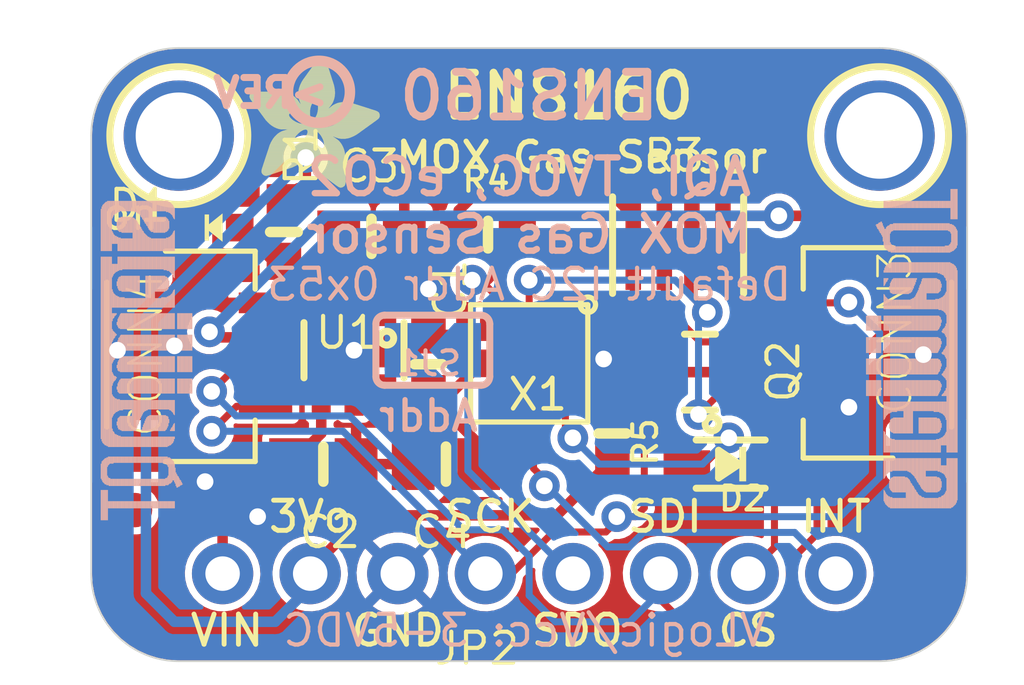
<source format=kicad_pcb>
(kicad_pcb (version 20211014) (generator pcbnew)
  (layers (0 "F.Cu" signal) (31 "B.Cu" signal) (34 "B.Paste" user) (35 "F.Paste" user) (36 "B.SilkS" user "B.Silkscreen") (37 "F.SilkS" user "F.Silkscreen") (38 "B.Mask" user) (39 "F.Mask" user) (44 "Edge.Cuts" user))
  (net 0 "")
  (net 1 "GND")
  (net 2 "3.3V")
  (net 3 "VCC")
  (net 4 "N$1")
  (net 5 "SDA_3V")
  (net 6 "SCL_3V")
  (net 7 "CS_3V")
  (net 8 "SDO/ADR")
  (net 9 "SDA/MOSI")
  (net 10 "SCL/SCK")
  (net 11 "1.8V")
  (net 12 "~{INT}")
  (net 13 "~{CS}")
  (footprint "eagleBoard:JST_SH4" (layer "F.Cu") (at 158.1531 105.0036 90)
    (fp_text reference "CONN3" (at -1.806 0.958 90) (layer "F.SilkS") (effects (font (size 0.941222 0.941222) (thickness 0.074778)) (justify left)))
    (fp_text value "STEMMA_I2C_QT" hide)
    (pad "1" smd rect (at -1.5 -2.006 180) (size 1.55 0.6) (layers "F.Cu" "F.Paste" "F.Mask") (net 1 "GND"))
    (pad "2" smd rect (at -0.5 -2.006 180) (size 1.55 0.6) (layers "F.Cu" "F.Paste" "F.Mask") (net 3 "VCC"))
    (pad "3" smd rect (at 0.5 -2.006 180) (size 1.55 0.6) (layers "F.Cu" "F.Paste" "F.Mask") (net 9 "SDA/MOSI"))
    (pad "4" smd rect (at 1.5 -2.006 180) (size 1.55 0.6) (layers "F.Cu" "F.Paste" "F.Mask") (net 10 "SCL/SCK"))
    (pad "MT1" smd rect (at -2.8 1.894 180) (size 1.8 1.2) (layers "F.Cu" "F.Paste" "F.Mask") (net 1 "GND"))
    (pad "MT2" smd rect (at 2.8 1.894 180) (size 1.8 1.2) (layers "F.Cu" "F.Paste" "F.Mask") (net 1 "GND"))
  )
  (footprint "eagleBoard:0805-NO" (layer "F.Cu") (at 146.0881 108.1786 180)
    (fp_text reference "C4" (at 1.0795 -1.9685) (layer "F.SilkS") (effects (font (size 0.896031 0.896031) (thickness 0.119969)) (justify left)))
    (fp_text value "10uF")
    (pad "1" smd rect (at -0.95 0 180) (size 1.24 1.5) (layers "F.Cu" "F.Paste" "F.Mask") (net 11 "1.8V"))
    (pad "2" smd rect (at 0.95 0 180) (size 1.24 1.5) (layers "F.Cu" "F.Paste" "F.Mask") (net 1 "GND"))
  )
  (footprint "eagleBoard:RESPACK_4X0603" (layer "F.Cu") (at 152.8191 101.8286 180)
    (fp_text reference "R3" (at -0.838 2.591) (layer "F.SilkS") (effects (font (size 0.896031 0.896031) (thickness 0.119969)) (justify right)))
    (fp_text value "10K pack")
    (pad "1" smd rect (at -1.3 0.85 180) (size 0.45 0.9) (layers "F.Cu" "F.Paste" "F.Mask") (net 3 "VCC"))
    (pad "2" smd rect (at -0.4 0.85 180) (size 0.45 0.9) (layers "F.Cu" "F.Paste" "F.Mask") (net 2 "3.3V"))
    (pad "3" smd rect (at 0.4 0.85 180) (size 0.45 0.9) (layers "F.Cu" "F.Paste" "F.Mask") (net 3 "VCC"))
    (pad "4" smd rect (at 1.3 0.85 180) (size 0.45 0.9) (layers "F.Cu" "F.Paste" "F.Mask") (net 2 "3.3V"))
    (pad "5" smd rect (at 1.3 -0.85 180) (size 0.45 0.9) (layers "F.Cu" "F.Paste" "F.Mask") (net 5 "SDA_3V"))
    (pad "6" smd rect (at 0.4 -0.85 180) (size 0.45 0.9) (layers "F.Cu" "F.Paste" "F.Mask") (net 9 "SDA/MOSI"))
    (pad "7" smd rect (at -0.4 -0.85 180) (size 0.45 0.9) (layers "F.Cu" "F.Paste" "F.Mask") (net 6 "SCL_3V"))
    (pad "8" smd rect (at -1.3 -0.85 180) (size 0.45 0.9) (layers "F.Cu" "F.Paste" "F.Mask") (net 10 "SCL/SCK"))
  )
  (footprint "eagleBoard:0603-NO" (layer "F.Cu") (at 147.3073 101.5238 180)
    (fp_text reference "R4" (at -0.6985 1.5875) (layer "F.SilkS") (effects (font (size 0.692831 0.692831) (thickness 0.119969)) (justify right)))
    (fp_text value "10K")
    (pad "1" smd rect (at -0.85 0 180) (size 1.075 1) (layers "F.Cu" "F.Paste" "F.Mask") (net 8 "SDO/ADR"))
    (pad "2" smd rect (at 0.85 0 180) (size 1.075 1) (layers "F.Cu" "F.Paste" "F.Mask") (net 2 "3.3V"))
  )
  (footprint "eagleBoard:FIDUCIAL_1MM" (layer "F.Cu") (at 155.4861 97.5995)
    (fp_text reference "FID4" hide)
    (fp_text value "FIDUCIAL_1MM" hide)
    (pad "1" smd roundrect (at 0 0) (size 1 1) (layers "F.Cu" "F.Mask") (roundrect_rratio 0.5))
  )
  (footprint "eagleBoard:SOT23-6" (layer "F.Cu") (at 143.4211 104.8766 180)
    (fp_text reference "U1" (at -0.762 0.508) (layer "F.SilkS") (effects (font (size 0.896031 0.896031) (thickness 0.119969)) (justify right)))
    (fp_text value "AP7312-1833")
    (pad "1" smd rect (at -0.95 1.3 180) (size 0.55 1.2) (layers "F.Cu" "F.Paste" "F.Mask") (net 2 "3.3V"))
    (pad "2" smd rect (at 0 1.3 180) (size 0.55 1.2) (layers "F.Cu" "F.Paste" "F.Mask") (net 1 "GND"))
    (pad "3" smd rect (at 0.95 1.3 180) (size 0.55 1.2) (layers "F.Cu" "F.Paste" "F.Mask") (net 3 "VCC"))
    (pad "4" smd rect (at 0.95 -1.3 180) (size 0.55 1.2) (layers "F.Cu" "F.Paste" "F.Mask") (net 3 "VCC"))
    (pad "5" smd rect (at 0 -1.3 180) (size 0.55 1.2) (layers "F.Cu" "F.Paste" "F.Mask") (net 3 "VCC"))
    (pad "6" smd rect (at -0.95 -1.3 180) (size 0.55 1.2) (layers "F.Cu" "F.Paste" "F.Mask") (net 11 "1.8V"))
  )
  (footprint "eagleBoard:FIDUCIAL_1MM" (layer "F.Cu") (at 137.0711 109.5121)
    (fp_text reference "FID3" hide)
    (fp_text value "FIDUCIAL_1MM" hide)
    (pad "1" smd roundrect (at 0 0) (size 1 1) (layers "F.Cu" "F.Mask") (roundrect_rratio 0.5))
  )
  (footprint "eagleBoard:ENS160" (layer "F.Cu") (at 148.5011 105.2576 -90)
    (fp_text reference "X1" (at 0.902 0.679) (layer "F.SilkS") (effects (font (size 0.885139 0.885139) (thickness 0.130861)) (justify left)))
    (fp_text value "ENS160")
    (pad "1" smd rect (at -1.05 -1.05 270) (size 0.8 0.75) (layers "F.Cu" "F.Paste" "F.Mask") (net 5 "SDA_3V"))
    (pad "2" smd rect (at -1.05 0 270) (size 0.8 0.75) (layers "F.Cu" "F.Paste" "F.Mask") (net 6 "SCL_3V"))
    (pad "3" smd rect (at -1.05 1.05 270) (size 0.8 0.75) (layers "F.Cu" "F.Paste" "F.Mask") (net 8 "SDO/ADR"))
    (pad "4" smd rect (at 0 1.05 270) (size 0.8 0.75) (layers "F.Cu" "F.Paste" "F.Mask") (net 11 "1.8V"))
    (pad "5" smd rect (at 1.05 1.05 270) (size 0.8 0.75) (layers "F.Cu" "F.Paste" "F.Mask") (net 2 "3.3V"))
    (pad "6" smd rect (at 1.05 0 270) (size 0.8 0.75) (layers "F.Cu" "F.Paste" "F.Mask") (net 12 "~{INT}"))
    (pad "7" smd rect (at 1.05 -1.05 270) (size 0.8 0.75) (layers "F.Cu" "F.Paste" "F.Mask") (net 7 "CS_3V"))
    (pad "8" smd rect (at 0 -1.05 270) (size 0.8 0.75) (layers "F.Cu" "F.Paste" "F.Mask") (net 1 "GND"))
    (pad "9" smd rect (at 0 0 270) (size 0.8 0.75) (layers "F.Cu" "F.Paste" "F.Mask") (net 1 "GND"))
  )
  (footprint "eagleBoard:SOD-323" (layer "F.Cu") (at 154.3431 108.1786 180)
    (fp_text reference "D2" (at -1.1 -1) (layer "F.SilkS") (effects (font (size 0.692831 0.692831) (thickness 0.119969)) (justify right)))
    (fp_text value "1N4148")
    (pad "A" smd rect (at 1.27 0 180) (size 1.35 0.8) (layers "F.Cu" "F.Paste" "F.Mask") (net 7 "CS_3V"))
    (pad "C" smd rect (at -1.27 0 180) (size 1.35 0.8) (layers "F.Cu" "F.Paste" "F.Mask") (net 13 "~{CS}"))
  )
  (footprint "eagleBoard:0805-NO" (layer "F.Cu") (at 143.9291 101.5746 180)
    (fp_text reference "C3" (at -0.889 2.032) (layer "F.SilkS") (effects (font (size 0.896031 0.896031) (thickness 0.119969)) (justify right)))
    (fp_text value "10uF")
    (pad "1" smd rect (at -0.95 0 180) (size 1.24 1.5) (layers "F.Cu" "F.Paste" "F.Mask") (net 2 "3.3V"))
    (pad "2" smd rect (at 0.95 0 180) (size 1.24 1.5) (layers "F.Cu" "F.Paste" "F.Mask") (net 1 "GND"))
  )
  (footprint "eagleBoard:CHIPLED_0603_NOOUTLINE" (layer "F.Cu") (at 139.3571 101.3206 90)
    (fp_text reference "D1" (at 0.635 -1.2065) (layer "F.SilkS") (effects (font (size 0.896031 0.896031) (thickness 0.119969)) (justify right)))
    (fp_text value "GREEN")
    (pad "A" smd rect (at 0 0.75 90) (size 0.8 0.8) (layers "F.Cu" "F.Paste" "F.Mask") (net 4 "N$1"))
    (pad "C" smd rect (at 0 -0.75 90) (size 0.8 0.8) (layers "F.Cu" "F.Paste" "F.Mask") (net 1 "GND"))
  )
  (footprint "eagleBoard:0603-NO" (layer "F.Cu") (at 141.3891 101.4476 -90)
    (fp_text reference "R1" (at -1.27 -0.508 90) (layer "F.SilkS") (effects (font (size 0.896031 0.896031) (thickness 0.119969)) (justify left)))
    (fp_text value "10K")
    (pad "1" smd rect (at -0.85 0 270) (size 1.075 1) (layers "F.Cu" "F.Paste" "F.Mask") (net 2 "3.3V"))
    (pad "2" smd rect (at 0.85 0 270) (size 1.075 1) (layers "F.Cu" "F.Paste" "F.Mask") (net 4 "N$1"))
  )
  (footprint "eagleBoard:0603-NO" (layer "F.Cu") (at 150.9141 107.2896 -90)
    (fp_text reference "R5" (at -0.508 -0.9525 90) (layer "F.SilkS") (effects (font (size 0.692831 0.692831) (thickness 0.119969)) (justify right)))
    (fp_text value "10K")
    (pad "1" smd rect (at -0.85 0 270) (size 1.075 1) (layers "F.Cu" "F.Paste" "F.Mask") (net 7 "CS_3V"))
    (pad "2" smd rect (at 0.85 0 270) (size 1.075 1) (layers "F.Cu" "F.Paste" "F.Mask") (net 2 "3.3V"))
  )
  (footprint "eagleBoard:ADAFRUIT_3.5MM" (layer "F.Cu") (at 140.3731 100.1776)
    (fp_text reference "U$20" hide)
    (fp_text value "" hide)
  )
  (footprint "eagleBoard:SOT363" (layer "F.Cu") (at 153.4541 105.5116 90)
    (fp_text reference "Q2" (at -0.9525 2.413 90) (layer "F.SilkS") (effects (font (size 0.896031 0.896031) (thickness 0.119969)) (justify left)))
    (fp_text value "BSS138")
    (pad "1" smd rect (at -0.75 0.9 90) (size 0.5 0.5) (layers "F.Cu" "F.Paste" "F.Mask") (net 6 "SCL_3V"))
    (pad "2" smd rect (at 0 0.9 90) (size 0.4 0.5) (layers "F.Cu" "F.Paste" "F.Mask") (net 2 "3.3V"))
    (pad "3" smd rect (at 0.75 0.9 90) (size 0.5 0.5) (layers "F.Cu" "F.Paste" "F.Mask") (net 9 "SDA/MOSI"))
    (pad "4" smd rect (at 0.75 -0.9 90) (size 0.5 0.5) (layers "F.Cu" "F.Paste" "F.Mask") (net 5 "SDA_3V"))
    (pad "5" smd rect (at 0 -0.9 90) (size 0.4 0.5) (layers "F.Cu" "F.Paste" "F.Mask") (net 2 "3.3V"))
    (pad "6" smd rect (at -0.75 -0.9 90) (size 0.5 0.5) (layers "F.Cu" "F.Paste" "F.Mask") (net 10 "SCL/SCK"))
  )
  (footprint "eagleBoard:JST_SH4" (layer "F.Cu") (at 138.8491 105.0036 -90)
    (fp_text reference "CONN4" (at -2.441 1.466 90) (layer "F.SilkS") (effects (font (size 0.941222 0.941222) (thickness 0.074778)) (justify right)))
    (fp_text value "STEMMA_I2C_QT" hide)
    (pad "1" smd rect (at -1.5 -2.006) (size 1.55 0.6) (layers "F.Cu" "F.Paste" "F.Mask") (net 1 "GND"))
    (pad "2" smd rect (at -0.5 -2.006) (size 1.55 0.6) (layers "F.Cu" "F.Paste" "F.Mask") (net 3 "VCC"))
    (pad "3" smd rect (at 0.5 -2.006) (size 1.55 0.6) (layers "F.Cu" "F.Paste" "F.Mask") (net 9 "SDA/MOSI"))
    (pad "4" smd rect (at 1.5 -2.006) (size 1.55 0.6) (layers "F.Cu" "F.Paste" "F.Mask") (net 10 "SCL/SCK"))
    (pad "MT1" smd rect (at -2.8 1.894) (size 1.8 1.2) (layers "F.Cu" "F.Paste" "F.Mask") (net 1 "GND"))
    (pad "MT2" smd rect (at 2.8 1.894) (size 1.8 1.2) (layers "F.Cu" "F.Paste" "F.Mask") (net 1 "GND"))
  )
  (footprint "eagleBoard:0805-NO" (layer "F.Cu") (at 142.5321 108.1786)
    (fp_text reference "C2" (at -0.762 1.9685) (layer "F.SilkS") (effects (font (size 0.896031 0.896031) (thickness 0.119969)) (justify left)))
    (fp_text value "10uF")
    (pad "1" smd rect (at -0.95 0) (size 1.24 1.5) (layers "F.Cu" "F.Paste" "F.Mask") (net 3 "VCC"))
    (pad "2" smd rect (at 0.95 0) (size 1.24 1.5) (layers "F.Cu" "F.Paste" "F.Mask") (net 1 "GND"))
  )
  (footprint "eagleBoard:1X08_ROUND_70" (layer "F.Cu") (at 148.5011 111.3536)
    (fp_text reference "JP2" (at -2.8067 2.1717) (layer "F.SilkS") (effects (font (size 0.896031 0.896031) (thickness 0.119969)) (justify left)))
    (fp_text value "")
    (pad "1" thru_hole circle (at -8.89 0 90) (size 1.778 1.778) (drill 1) (layers *.Cu *.Mask) (net 3 "VCC"))
    (pad "2" thru_hole circle (at -6.35 0 90) (size 1.778 1.778) (drill 1) (layers *.Cu *.Mask) (net 2 "3.3V"))
    (pad "3" thru_hole circle (at -3.81 0 90) (size 1.778 1.778) (drill 1) (layers *.Cu *.Mask) (net 1 "GND"))
    (pad "4" thru_hole circle (at -1.27 0 90) (size 1.778 1.778) (drill 1) (layers *.Cu *.Mask) (net 10 "SCL/SCK"))
    (pad "5" thru_hole circle (at 1.27 0 90) (size 1.778 1.778) (drill 1) (layers *.Cu *.Mask) (net 8 "SDO/ADR"))
    (pad "6" thru_hole circle (at 3.81 0 90) (size 1.778 1.778) (drill 1) (layers *.Cu *.Mask) (net 9 "SDA/MOSI"))
    (pad "7" thru_hole circle (at 6.35 0 90) (size 1.778 1.778) (drill 1) (layers *.Cu *.Mask) (net 13 "~{CS}"))
    (pad "8" thru_hole circle (at 8.89 0 90) (size 1.778 1.778) (drill 1) (layers *.Cu *.Mask) (net 12 "~{INT}"))
  )
  (footprint "eagleBoard:0603-NO" (layer "F.Cu") (at 145.5801 105.283 90)
    (fp_text reference "C1" (at 1.2065 0.635 90) (layer "F.SilkS") (effects (font (size 0.896031 0.896031) (thickness 0.119969)) (justify left)))
    (fp_text value "0.1uF")
    (pad "1" smd rect (at -0.85 0 90) (size 1.075 1) (layers "F.Cu" "F.Paste" "F.Mask") (net 11 "1.8V"))
    (pad "2" smd rect (at 0.85 0 90) (size 1.075 1) (layers "F.Cu" "F.Paste" "F.Mask") (net 1 "GND"))
  )
  (footprint "eagleBoard:MOUNTINGHOLE_2.5_PLATED" (layer "F.Cu") (at 158.6611 98.6536)
    (fp_text reference "U$17" hide)
    (fp_text value "MOUNTINGHOLE2.5" hide)
    (pad "P$1" thru_hole circle (at 0 0) (size 3.2 3.2) (drill 2.5) (layers *.Cu *.Mask))
    (zone (net 0) (net_name "") (layer "F.Cu") (connect_pads (clearance 0)) (min_thickness 0.254)
      (keepout (tracks not_allowed) (vias not_allowed) (pads not_allowed) (copperpour not_allowed) (footprints allowed))
      (fill (thermal_gap 0.508) (thermal_bridge_width 0.508))
      (polygon (pts (xy 160.6771 98.6536) (xy 160.646472 98.303525) (xy 160.55552 97.964087) (xy 160.407007 97.6456) (xy 160.205446 97.35774) (xy 159.95696 97.109254) (xy 159.6691 96.907693) (xy 159.350613 96.75918) (xy 159.011175 96.668228) (xy 158.6611 96.6376) (xy 158.311025 96.668228) (xy 157.971587 96.75918) (xy 157.6531 96.907693) (xy 157.36524 97.109254) (xy 157.116754 97.35774) (xy 156.915193 97.6456) (xy 156.76668 97.964087) (xy 156.675728 98.303525) (xy 156.6451 98.6536) (xy 156.675728 99.003675) (xy 156.76668 99.343113) (xy 156.915193 99.6616) (xy 157.116754 99.94946) (xy 157.36524 100.197946) (xy 157.6531 100.399507) (xy 157.971587 100.54802) (xy 158.311025 100.638972) (xy 158.6611 100.6696) (xy 159.011175 100.638972) (xy 159.350613 100.54802) (xy 159.6691 100.399507) (xy 159.95696 100.197946) (xy 160.205446 99.94946) (xy 160.407007 99.6616) (xy 160.55552 99.343113) (xy 160.646472 99.003675)))
      (polygon (pts (xy 158.6451 98.6536) (xy 158.645343 98.656378) (xy 158.646065 98.659072) (xy 158.647244 98.6616) (xy 158.648843 98.663885) (xy 158.650815 98.665857) (xy 158.6531 98.667456) (xy 158.655628 98.668635) (xy 158.658322 98.669357) (xy 158.6611 98.6696) (xy 158.663878 98.669357) (xy 158.666572 98.668635) (xy 158.6691 98.667456) (xy 158.671385 98.665857) (xy 158.673357 98.663885) (xy 158.674956 98.6616) (xy 158.676135 98.659072) (xy 158.676857 98.656378) (xy 158.6771 98.6536) (xy 158.676857 98.650822) (xy 158.676135 98.648128) (xy 158.674956 98.6456) (xy 158.673357 98.643315) (xy 158.671385 98.641343) (xy 158.6691 98.639744) (xy 158.666572 98.638565) (xy 158.663878 98.637843) (xy 158.6611 98.6376) (xy 158.658322 98.637843) (xy 158.655628 98.638565) (xy 158.6531 98.639744) (xy 158.650815 98.641343) (xy 158.648843 98.643315) (xy 158.647244 98.6456) (xy 158.646065 98.648128) (xy 158.645343 98.650822)))
    )
    (zone (net 0) (net_name "") (layer "B.Cu") (connect_pads (clearance 0)) (min_thickness 0.254)
      (keepout (tracks not_allowed) (vias not_allowed) (pads not_allowed) (copperpour not_allowed) (footprints allowed))
      (fill (thermal_gap 0.508) (thermal_bridge_width 0.508))
      (polygon (pts (xy 160.6771 98.6536) (xy 160.646472 98.303525) (xy 160.55552 97.964087) (xy 160.407007 97.6456) (xy 160.205446 97.35774) (xy 159.95696 97.109254) (xy 159.6691 96.907693) (xy 159.350613 96.75918) (xy 159.011175 96.668228) (xy 158.6611 96.6376) (xy 158.311025 96.668228) (xy 157.971587 96.75918) (xy 157.6531 96.907693) (xy 157.36524 97.109254) (xy 157.116754 97.35774) (xy 156.915193 97.6456) (xy 156.76668 97.964087) (xy 156.675728 98.303525) (xy 156.6451 98.6536) (xy 156.675728 99.003675) (xy 156.76668 99.343113) (xy 156.915193 99.6616) (xy 157.116754 99.94946) (xy 157.36524 100.197946) (xy 157.6531 100.399507) (xy 157.971587 100.54802) (xy 158.311025 100.638972) (xy 158.6611 100.6696) (xy 159.011175 100.638972) (xy 159.350613 100.54802) (xy 159.6691 100.399507) (xy 159.95696 100.197946) (xy 160.205446 99.94946) (xy 160.407007 99.6616) (xy 160.55552 99.343113) (xy 160.646472 99.003675)))
      (polygon (pts (xy 158.6451 98.6536) (xy 158.645343 98.656378) (xy 158.646065 98.659072) (xy 158.647244 98.6616) (xy 158.648843 98.663885) (xy 158.650815 98.665857) (xy 158.6531 98.667456) (xy 158.655628 98.668635) (xy 158.658322 98.669357) (xy 158.6611 98.6696) (xy 158.663878 98.669357) (xy 158.666572 98.668635) (xy 158.6691 98.667456) (xy 158.671385 98.665857) (xy 158.673357 98.663885) (xy 158.674956 98.6616) (xy 158.676135 98.659072) (xy 158.676857 98.656378) (xy 158.6771 98.6536) (xy 158.676857 98.650822) (xy 158.676135 98.648128) (xy 158.674956 98.6456) (xy 158.673357 98.643315) (xy 158.671385 98.641343) (xy 158.6691 98.639744) (xy 158.666572 98.638565) (xy 158.663878 98.637843) (xy 158.6611 98.6376) (xy 158.658322 98.637843) (xy 158.655628 98.638565) (xy 158.6531 98.639744) (xy 158.650815 98.641343) (xy 158.648843 98.643315) (xy 158.647244 98.6456) (xy 158.646065 98.648128) (xy 158.645343 98.650822)))
    )
  )
  (footprint "eagleBoard:MOUNTINGHOLE_2.5_PLATED" (layer "F.Cu") (at 138.3411 98.6536)
    (fp_text reference "U$1" hide)
    (fp_text value "MOUNTINGHOLE2.5" hide)
    (pad "P$1" thru_hole circle (at 0 0) (size 3.2 3.2) (drill 2.5) (layers *.Cu *.Mask))
    (zone (net 0) (net_name "") (layer "F.Cu") (connect_pads (clearance 0)) (min_thickness 0.254)
      (keepout (tracks not_allowed) (vias not_allowed) (pads not_allowed) (copperpour not_allowed) (footprints allowed))
      (fill (thermal_gap 0.508) (thermal_bridge_width 0.508))
      (polygon (pts (xy 140.3571 98.6536) (xy 140.326472 98.303525) (xy 140.23552 97.964087) (xy 140.087007 97.6456) (xy 139.885446 97.35774) (xy 139.63696 97.109254) (xy 139.3491 96.907693) (xy 139.030613 96.75918) (xy 138.691175 96.668228) (xy 138.3411 96.6376) (xy 137.991025 96.668228) (xy 137.651587 96.75918) (xy 137.3331 96.907693) (xy 137.04524 97.109254) (xy 136.796754 97.35774) (xy 136.595193 97.6456) (xy 136.44668 97.964087) (xy 136.355728 98.303525) (xy 136.3251 98.6536) (xy 136.355728 99.003675) (xy 136.44668 99.343113) (xy 136.595193 99.6616) (xy 136.796754 99.94946) (xy 137.04524 100.197946) (xy 137.3331 100.399507) (xy 137.651587 100.54802) (xy 137.991025 100.638972) (xy 138.3411 100.6696) (xy 138.691175 100.638972) (xy 139.030613 100.54802) (xy 139.3491 100.399507) (xy 139.63696 100.197946) (xy 139.885446 99.94946) (xy 140.087007 99.6616) (xy 140.23552 99.343113) (xy 140.326472 99.003675)))
      (polygon (pts (xy 138.3251 98.6536) (xy 138.325343 98.656378) (xy 138.326065 98.659072) (xy 138.327244 98.6616) (xy 138.328843 98.663885) (xy 138.330815 98.665857) (xy 138.3331 98.667456) (xy 138.335628 98.668635) (xy 138.338322 98.669357) (xy 138.3411 98.6696) (xy 138.343878 98.669357) (xy 138.346572 98.668635) (xy 138.3491 98.667456) (xy 138.351385 98.665857) (xy 138.353357 98.663885) (xy 138.354956 98.6616) (xy 138.356135 98.659072) (xy 138.356857 98.656378) (xy 138.3571 98.6536) (xy 138.356857 98.650822) (xy 138.356135 98.648128) (xy 138.354956 98.6456) (xy 138.353357 98.643315) (xy 138.351385 98.641343) (xy 138.3491 98.639744) (xy 138.346572 98.638565) (xy 138.343878 98.637843) (xy 138.3411 98.6376) (xy 138.338322 98.637843) (xy 138.335628 98.638565) (xy 138.3331 98.639744) (xy 138.330815 98.641343) (xy 138.328843 98.643315) (xy 138.327244 98.6456) (xy 138.326065 98.648128) (xy 138.325343 98.650822)))
    )
    (zone (net 0) (net_name "") (layer "B.Cu") (connect_pads (clearance 0)) (min_thickness 0.254)
      (keepout (tracks not_allowed) (vias not_allowed) (pads not_allowed) (copperpour not_allowed) (footprints allowed))
      (fill (thermal_gap 0.508) (thermal_bridge_width 0.508))
      (polygon (pts (xy 140.3571 98.6536) (xy 140.326472 98.303525) (xy 140.23552 97.964087) (xy 140.087007 97.6456) (xy 139.885446 97.35774) (xy 139.63696 97.109254) (xy 139.3491 96.907693) (xy 139.030613 96.75918) (xy 138.691175 96.668228) (xy 138.3411 96.6376) (xy 137.991025 96.668228) (xy 137.651587 96.75918) (xy 137.3331 96.907693) (xy 137.04524 97.109254) (xy 136.796754 97.35774) (xy 136.595193 97.6456) (xy 136.44668 97.964087) (xy 136.355728 98.303525) (xy 136.3251 98.6536) (xy 136.355728 99.003675) (xy 136.44668 99.343113) (xy 136.595193 99.6616) (xy 136.796754 99.94946) (xy 137.04524 100.197946) (xy 137.3331 100.399507) (xy 137.651587 100.54802) (xy 137.991025 100.638972) (xy 138.3411 100.6696) (xy 138.691175 100.638972) (xy 139.030613 100.54802) (xy 139.3491 100.399507) (xy 139.63696 100.197946) (xy 139.885446 99.94946) (xy 140.087007 99.6616) (xy 140.23552 99.343113) (xy 140.326472 99.003675)))
      (polygon (pts (xy 138.3251 98.6536) (xy 138.325343 98.656378) (xy 138.326065 98.659072) (xy 138.327244 98.6616) (xy 138.328843 98.663885) (xy 138.330815 98.665857) (xy 138.3331 98.667456) (xy 138.335628 98.668635) (xy 138.338322 98.669357) (xy 138.3411 98.6696) (xy 138.343878 98.669357) (xy 138.346572 98.668635) (xy 138.3491 98.667456) (xy 138.351385 98.665857) (xy 138.353357 98.663885) (xy 138.354956 98.6616) (xy 138.356135 98.659072) (xy 138.356857 98.656378) (xy 138.3571 98.6536) (xy 138.356857 98.650822) (xy 138.356135 98.648128) (xy 138.354956 98.6456) (xy 138.353357 98.643315) (xy 138.351385 98.641343) (xy 138.3491 98.639744) (xy 138.346572 98.638565) (xy 138.343878 98.637843) (xy 138.3411 98.6376) (xy 138.338322 98.637843) (xy 138.335628 98.638565) (xy 138.3331 98.639744) (xy 138.330815 98.641343) (xy 138.328843 98.643315) (xy 138.327244 98.6456) (xy 138.326065 98.648128) (xy 138.325343 98.650822)))
    )
  )
  (footprint "eagleBoard:PCBFEAT-REV-040" (layer "B.Cu") (at 142.4051 97.3836 180)
    (fp_text reference "U$25" hide)
    (fp_text value "" hide)
    (fp_text user ">REV" (at -0.3556 -0.508) (layer "B.SilkS") (effects (font (size 0.8128 0.8128) (thickness 0.2032)) (justify left bottom mirror)))
  )
  (footprint "eagleBoard:SOLDERJUMPER_ARROW_NOPASTE" (layer "B.Cu") (at 145.7071 104.8766 180)
    (fp_text reference "SJ1" (at -0.889 -0.381) (layer "B.SilkS") (effects (font (size 0.692831 0.692831) (thickness 0.119969)) (justify left mirror)))
    (fp_text value "")
    (fp_poly (pts (xy 1.3946 -0.7882) (xy -0.315893 -0.7882) (xy 0.443148 0) (xy -0.315893 0.7882) (xy 1.3946 0.7882)) (layer "B.Cu") (width 0) (fill solid))
    (fp_poly (pts (xy 0.106121 -0.002663) (xy -0.679416 -0.7882) (xy -1.3946 -0.7882) (xy -1.3946 0.7882) (xy -0.62715 0.7882)) (layer "B.Cu") (width 0) (fill solid))
    (pad "1" smd roundrect (at -1.016 0 180) (size 0.762 1.524) (layers "B.Cu") (net 8 "SDO/ADR"))
    (pad "2" smd roundrect (at 1.016 0 180) (size 0.762 1.524) (layers "B.Cu") (net 1 "GND"))
  )
  (footprint "eagleBoard:STEMMAQT" (layer "B.Cu") (at 158.2801 109.4486 90)
    (fp_text reference "U$30" hide)
    (fp_text value "" hide)
  )
  (footprint "eagleBoard:STEMMAQT" (layer "B.Cu") (at 138.7221 100.5586 -90)
    (fp_text reference "U$31" hide)
    (fp_text value "" hide)
  )
  (gr_line (start 135.8011 98.6536) (end 135.8011 111.3536) (layer "Edge.Cuts") (width 0.05))
  (gr_arc (start 161.2011 111.3536) (mid 160.457151 113.149651) (end 158.6611 113.8936) (layer "Edge.Cuts") (width 0.05))
  (gr_arc (start 158.6611 96.1136) (mid 160.457151 96.857549) (end 161.2011 98.6536) (layer "Edge.Cuts") (width 0.05))
  (gr_line (start 138.3411 113.8936) (end 158.6611 113.8936) (layer "Edge.Cuts") (width 0.05))
  (gr_arc (start 138.3411 113.8936) (mid 136.545049 113.149651) (end 135.8011 111.3536) (layer "Edge.Cuts") (width 0.05))
  (gr_line (start 161.2011 111.3536) (end 161.2011 98.6536) (layer "Edge.Cuts") (width 0.05))
  (gr_line (start 158.6611 96.1136) (end 138.3411 96.1136) (layer "Edge.Cuts") (width 0.05))
  (gr_arc (start 135.8011 98.6536) (mid 136.545049 96.857549) (end 138.3411 96.1136) (layer "Edge.Cuts") (width 0.05))
  (gr_text "ENS160" (at 148.5011 97.5106) (layer "B.SilkS") (effects (font (size 1.2954 1.2954) (thickness 0.2286)) (justify mirror)))
  (gr_text "AQI, TVOC, eCO2\nMOX Gas Sensor" (at 148.5011 100.6856) (layer "B.SilkS") (effects (font (size 1.03632 1.03632) (thickness 0.18288)) (justify mirror)))
  (gr_text "VLogic/Vcc: 3-5VDC" (at 148.3741 113.0046) (layer "B.SilkS") (effects (font (size 0.89408 0.89408) (thickness 0.12192)) (justify mirror)))
  (gr_text "Addr" (at 145.5801 106.7816) (layer "B.SilkS") (effects (font (size 0.8636 0.8636) (thickness 0.1524)) (justify mirror)))
  (gr_text "Default I2C Addr 0x53" (at 148.5011 102.9716) (layer "B.SilkS") (effects (font (size 0.89408 0.89408) (thickness 0.12192)) (justify mirror)))
  (gr_text "ENS160" (at 149.6441 97.5106) (layer "F.SilkS") (effects (font (size 1.25222 1.25222) (thickness 0.22098))))
  (gr_text "SCK" (at 147.3581 109.7026) (layer "F.SilkS") (effects (font (size 0.87376 0.87376) (thickness 0.14224))))
  (gr_text "GND" (at 144.6911 113.0046) (layer "F.SilkS") (effects (font (size 0.87376 0.87376) (thickness 0.14224))))
  (gr_text "VIN" (at 139.7381 113.0046) (layer "F.SilkS") (effects (font (size 0.87376 0.87376) (thickness 0.14224))))
  (gr_text "on" (at 136.0551 101.4476) (layer "F.SilkS") (effects (font (size 0.89408 0.89408) (thickness 0.12192)) (justify left bottom)))
  (gr_text "3Vo" (at 142.1511 109.7026) (layer "F.SilkS") (effects (font (size 0.87376 0.87376) (thickness 0.14224))))
  (gr_text "MOX Gas Sensor" (at 150.0251 99.2886) (layer "F.SilkS") (effects (font (size 0.8636 0.8636) (thickness 0.1524))))
  (gr_text "CS" (at 154.8511 113.0046) (layer "F.SilkS") (effects (font (size 0.87376 0.87376) (thickness 0.14224))))
  (gr_text "SDI" (at 152.4381 109.7026) (layer "F.SilkS") (effects (font (size 0.87376 0.87376) (thickness 0.14224))))
  (gr_text "INT" (at 157.3911 109.7026) (layer "F.SilkS") (effects (font (size 0.87376 0.87376) (thickness 0.14224))))
  (gr_text "SDO" (at 149.8981 113.0046) (layer "F.SilkS") (effects (font (size 0.87376 0.87376) (thickness 0.14224))))
  (segment (start 142.9791 101.5746) (end 143.4211 102.0166) (width 0.3048) (layer "F.Cu") (net 1))
  (segment (start 143.4211 102.0166) (end 143.4211 103.5766) (width 0.3048) (layer "F.Cu") (net 1))
  (segment (start 139.239281 100.822) (end 139.629681 100.4316) (width 0.3048) (layer "F.Cu") (net 1))
  (segment (start 139.629681 100.4316) (end 139.7381 100.4316) (width 0.3048) (layer "F.Cu") (net 1))
  (segment (start 148.5011 105.2576) (end 149.5511 105.2576) (width 0.3048) (layer "F.Cu") (net 1))
  (segment (start 139.1057 100.822) (end 139.239281 100.822) (width 0.3048) (layer "F.Cu") (net 1))
  (segment (start 138.6071 101.3206) (end 139.1057 100.822) (width 0.3048) (layer "F.Cu") (net 1))
  (via (at 157.7721 106.5276) (size 0.889) (drill 0.4826) (layers "F.Cu" "B.Cu") (net 1))
  (via (at 159.9311 105.0036) (size 0.889) (drill 0.4826) (layers "F.Cu" "B.Cu") (net 1))
  (via (at 145.5801 103.0986) (size 0.889) (drill 0.4826) (layers "F.Cu" "B.Cu") (net 1))
  (via (at 140.6271 109.7026) (size 0.889) (drill 0.4826) (layers "F.Cu" "B.Cu") (net 1))
  (via (at 139.1031 108.6866) (size 0.889) (drill 0.4826) (layers "F.Cu" "B.Cu") (net 1))
  (via (at 143.4211 104.8766) (size 0.889) (drill 0.4826) (layers "F.Cu" "B.Cu") (net 1))
  (via (at 150.6601 105.1306) (size 0.889) (drill 0.4826) (layers "F.Cu" "B.Cu") (net 1))
  (via (at 138.2141 104.7496) (size 0.889) (drill 0.4826) (layers "F.Cu" "B.Cu") (net 1))
  (via (at 136.5631 104.8766) (size 0.889) (drill 0.4826) (layers "F.Cu" "B.Cu") (net 1))
  (segment (start 147.4511 106.3076) (end 147.4511 106.6886) (width 0.3048) (layer "F.Cu") (net 2))
  (segment (start 144.8791 101.5746) (end 144.8791 102.1796) (width 0.3048) (layer "F.Cu") (net 2))
  (segment (start 150.9141 108.1396) (end 150.8261 108.1396) (width 0.3048) (layer "F.Cu") (net 2))
  (segment (start 151.5191 100.2076) (end 151.6761 100.0506) (width 0.3048) (layer "F.Cu") (net 2))
  (segment (start 149.3012 109.6645) (end 148.0861 109.6645) (width 0.3048) (layer "F.Cu") (net 2))
  (segment (start 153.0731 100.0506) (end 153.2191 100.1966) (width 0.3048) (layer "F.Cu") (net 2))
  (segment (start 148.0861 107.3236) (end 147.4511 106.6886) (width 0.3048) (layer "F.Cu") (net 2))
  (segment (start 144.8791 101.5746) (end 144.9299 101.5238) (width 0.3048) (layer "F.Cu") (net 2))
  (segment (start 151.5191 100.9786) (end 151.5191 100.2076) (width 0.3048) (layer "F.Cu") (net 2))
  (segment (start 144.3711 102.6876) (end 144.3711 103.5766) (width 0.3048) (layer "F.Cu") (net 2))
  (segment (start 141.8091 100.1776) (end 142.0241 100.1776) (width 0.3048) (layer "F.Cu") (net 2))
  (segment (start 144.8791 100.4926) (end 144.8791 101.5746) (width 0.3048) (layer "F.Cu") (net 2))
  (segment (start 153.2191 100.1966) (end 153.2191 100.9786) (width 0.3048) (layer "F.Cu") (net 2))
  (segment (start 150.8261 108.1396) (end 149.3012 109.6645) (width 0.3048) (layer "F.Cu") (net 2))
  (segment (start 146.4573 101.5238) (end 144.9299 101.5238) (width 0.3048) (layer "F.Cu") (net 2))
  (segment (start 142.1511 111.2266) (end 142.1511 111.3536) (width 0.3048) (layer "F.Cu") (net 2))
  (segment (start 150.9141 108.1396) (end 150.9141 108.054932) (width 0.3048) (layer "F.Cu") (net 2))
  (segment (start 143.7132 109.6645) (end 148.0861 109.6645) (width 0.3048) (layer "F.Cu") (net 2))
  (segment (start 152.5541 105.5116) (end 154.3541 105.5116) (width 0.3048) (layer "F.Cu") (net 2))
  (segment (start 151.8031 107.165932) (end 150.9141 108.054932) (width 0.3048) (layer "F.Cu") (net 2))
  (segment (start 144.8791 102.1796) (end 144.3711 102.6876) (width 0.3048) (layer "F.Cu") (net 2))
  (segment (start 142.0241 100.1776) (end 144.5641 100.1776) (width 0.3048) (layer "F.Cu") (net 2))
  (segment (start 151.6761 100.0506) (end 153.0731 100.0506) (width 0.3048) (layer "F.Cu") (net 2))
  (segment (start 148.0861 107.3236) (end 148.0861 109.6645) (width 0.3048) (layer "F.Cu") (net 2))
  (segment (start 142.0241 100.1776) (end 142.0241 99.2886) (width 0.3048) (layer "F.Cu") (net 2))
  (segment (start 146.4573 101.5238) (end 146.4573 100.8244) (width 0.3048) (layer "F.Cu") (net 2))
  (segment (start 152.1841 105.5116) (end 151.8031 105.8926) (width 0.3048) (layer "F.Cu") (net 2))
  (segment (start 152.5541 105.5116) (end 152.1841 105.5116) (width 0.3048) (layer "F.Cu") (net 2))
  (segment (start 146.8501 100.4316) (end 150.9721 100.4316) (width 0.3048) (layer "F.Cu") (net 2))
  (segment (start 146.4573 100.8244) (end 146.8501 100.4316) (width 0.3048) (layer "F.Cu") (net 2))
  (segment (start 150.9721 100.4316) (end 151.5191 100.9786) (width 0.3048) (layer "F.Cu") (net 2))
  (segment (start 141.3891 100.5976) (end 141.8091 100.1776) (width 0.3048) (layer "F.Cu") (net 2))
  (segment (start 151.8031 105.8926) (end 151.8031 107.165932) (width 0.3048) (layer "F.Cu") (net 2))
  (segment (start 143.7132 109.6645) (end 142.1511 111.2266) (width 0.3048) (layer "F.Cu") (net 2))
  (segment (start 144.5641 100.1776) (end 144.8791 100.4926) (width 0.3048) (layer "F.Cu") (net 2))
  (via (at 142.0241 99.2886) (size 0.889) (drill 0.4826) (layers "F.Cu" "B.Cu") (net 2))
  (segment (start 137.3886 111.9251) (end 138.2141 112.7506) (width 0.3048) (layer "B.Cu") (net 2))
  (segment (start 138.2141 112.7506) (end 141.1351 112.7506) (width 0.3048) (layer "B.Cu") (net 2))
  (segment (start 137.3886 103.9241) (end 137.3886 111.9251) (width 0.3048) (layer "B.Cu") (net 2))
  (segment (start 142.1511 111.7346) (end 142.1511 111.3536) (width 0.3048) (layer "B.Cu") (net 2))
  (segment (start 141.1351 112.7506) (end 142.1511 111.7346) (width 0.3048) (layer "B.Cu") (net 2))
  (segment (start 142.0241 99.2886) (end 137.3886 103.9241) (width 0.3048) (layer "B.Cu") (net 2))
  (segment (start 140.8631 104.4956) (end 142.4711 104.4956) (width 0.3048) (layer "F.Cu") (net 3))
  (segment (start 158.7881 104.3686) (end 157.6451 105.5116) (width 0.3048) (layer "F.Cu") (net 3))
  (segment (start 158.7881 102.3366) (end 158.7881 104.3686) (width 0.3048) (layer "F.Cu") (net 3))
  (segment (start 154.1191 100.9786) (end 155.7401 100.9786) (width 0.3048) (layer "F.Cu") (net 3))
  (segment (start 157.4301 100.9786) (end 158.7881 102.3366) (width 0.3048) (layer "F.Cu") (net 3))
  (segment (start 152.4191 100.9786) (end 152.4191 101.5556) (width 0.3048) (layer "F.Cu") (net 3))
  (segment (start 156.1551 105.5116) (end 156.1471 105.5036) (width 0.3048) (layer "F.Cu") (net 3))
  (segment (start 142.4711 104.4956) (end 142.4711 106.1766) (width 0.3048) (layer "F.Cu") (net 3))
  (segment (start 142.4711 106.1766) (end 143.4211 106.1766) (width 0.3048) (layer "F.Cu") (net 3))
  (segment (start 141.0081 108.1786) (end 139.6111 109.5756) (width 0.3048) (layer "F.Cu") (net 3))
  (segment (start 141.5821 108.1786) (end 141.0081 108.1786) (width 0.3048) (layer "F.Cu") (net 3))
  (segment (start 139.3905 104.5036) (end 139.2301 104.3432) (width 0.3048) (layer "F.Cu") (net 3))
  (segment (start 157.6451 105.5116) (end 156.1551 105.5116) (width 0.3048) (layer "F.Cu") (net 3))
  (segment (start 154.1191 101.5446) (end 154.1191 100.9786) (width 0.3048) (layer "F.Cu") (net 3))
  (segment (start 140.8551 104.5036) (end 140.8631 104.4956) (width 0.3048) (layer "F.Cu") (net 3))
  (segment (start 140.8551 104.5036) (end 139.3905 104.5036) (width 0.3048) (layer "F.Cu") (net 3))
  (segment (start 142.4711 106.1766) (end 142.4711 107.2896) (width 0.3048) (layer "F.Cu") (net 3))
  (segment (start 152.6921 101.8286) (end 153.8351 101.8286) (width 0.3048) (layer "F.Cu") (net 3))
  (segment (start 155.7401 100.9786) (end 157.4301 100.9786) (width 0.3048) (layer "F.Cu") (net 3))
  (segment (start 139.6111 109.5756) (end 139.6111 111.3536) (width 0.3048) (layer "F.Cu") (net 3))
  (segment (start 152.4191 101.5556) (end 152.6921 101.8286) (width 0.3048) (layer "F.Cu") (net 3))
  (segment (start 153.8351 101.8286) (end 154.1191 101.5446) (width 0.3048) (layer "F.Cu") (net 3))
  (segment (start 142.4711 107.2896) (end 141.5821 108.1786) (width 0.3048) (layer "F.Cu") (net 3))
  (segment (start 142.4711 103.5766) (end 142.4711 104.4956) (width 0.3048) (layer "F.Cu") (net 3))
  (via (at 155.7401 100.9786) (size 0.889) (drill 0.4826) (layers "F.Cu" "B.Cu") (net 3))
  (via (at 139.2301 104.3432) (size 0.889) (drill 0.4826) (layers "F.Cu" "B.Cu") (net 3))
  (segment (start 142.5947 100.9786) (end 155.7401 100.9786) (width 0.3048) (layer "B.Cu") (net 3))
  (segment (start 139.2301 104.3432) (end 142.5947 100.9786) (width 0.3048) (layer "B.Cu") (net 3))
  (segment (start 140.1071 101.3206) (end 141.0841 102.2976) (width 0.3048) (layer "F.Cu") (net 4))
  (segment (start 141.0841 102.2976) (end 141.3891 102.2976) (width 0.3048) (layer "F.Cu") (net 4))
  (segment (start 151.9556 104.1631) (end 151.4706 104.1631) (width 0.2032) (layer "F.Cu") (net 5))
  (segment (start 151.5191 104.1146) (end 151.5191 102.6786) (width 0.2032) (layer "F.Cu") (net 5))
  (segment (start 151.4261 104.2076) (end 151.4706 104.1631) (width 0.2032) (layer "F.Cu") (net 5))
  (segment (start 152.5541 104.7616) (end 151.9556 104.1631) (width 0.2032) (layer "F.Cu") (net 5))
  (segment (start 151.4706 104.1631) (end 151.5191 104.1146) (width 0.2032) (layer "F.Cu") (net 5))
  (segment (start 149.5511 104.2076) (end 151.4261 104.2076) (width 0.2032) (layer "F.Cu") (net 5))
  (segment (start 153.2191 102.6786) (end 153.2191 103.328925) (width 0.2032) (layer "F.Cu") (net 6))
  (segment (start 153.888112 106.2616) (end 153.411106 106.738607) (width 0.2032) (layer "F.Cu") (net 6))
  (segment (start 148.5011 104.2076) (end 148.5011 102.8446) (width 0.2032) (layer "F.Cu") (net 6))
  (segment (start 153.2191 103.328925) (end 153.665937 103.775763) (width 0.2032) (layer "F.Cu") (net 6))
  (segment (start 154.3541 106.2616) (end 153.888112 106.2616) (width 0.2032) (layer "F.Cu") (net 6))
  (via (at 153.411106 106.738607) (size 0.889) (drill 0.4826) (layers "F.Cu" "B.Cu") (net 6))
  (via (at 148.5011 102.8446) (size 0.889) (drill 0.4826) (layers "F.Cu" "B.Cu") (net 6))
  (via (at 153.665937 103.775763) (size 0.889) (drill 0.4826) (layers "F.Cu" "B.Cu") (net 6))
  (segment (start 153.411106 104.030594) (end 153.411106 106.738607) (width 0.2032) (layer "B.Cu") (net 6))
  (segment (start 152.734775 102.8446) (end 153.665937 103.775763) (width 0.2032) (layer "B.Cu") (net 6))
  (segment (start 148.5011 102.8446) (end 152.734775 102.8446) (width 0.2032) (layer "B.Cu") (net 6))
  (segment (start 153.665937 103.775763) (end 153.411106 104.030594) (width 0.2032) (layer "B.Cu") (net 6))
  (segment (start 154.2904 107.4693) (end 153.5811 108.1786) (width 0.2032) (layer "F.Cu") (net 7))
  (segment (start 154.2904 107.4166) (end 154.2904 107.4693) (width 0.2032) (layer "F.Cu") (net 7))
  (segment (start 149.4191 106.4396) (end 150.9141 106.4396) (width 0.2032) (layer "F.Cu") (net 7))
  (segment (start 149.5511 106.3076) (end 149.5511 107.2013) (width 0.2032) (layer "F.Cu") (net 7))
  (segment (start 149.5511 106.3076) (end 149.4191 106.4396) (width 0.2032) (layer "F.Cu") (net 7))
  (segment (start 149.5511 107.2013) (end 149.7664 107.4166) (width 0.2032) (layer "F.Cu") (net 7))
  (segment (start 153.0731 108.1786) (end 153.5811 108.1786) (width 0.2032) (layer "F.Cu") (net 7))
  (via (at 149.7664 107.4166) (size 0.889) (drill 0.4826) (layers "F.Cu" "B.Cu") (net 7))
  (via (at 154.2904 107.4166) (size 0.889) (drill 0.4826) (layers "F.Cu" "B.Cu") (net 7))
  (segment (start 149.7664 107.4166) (end 150.5284 108.1786) (width 0.2032) (layer "B.Cu") (net 7))
  (segment (start 154.2904 107.4166) (end 153.5284 108.1786) (width 0.2032) (layer "B.Cu") (net 7))
  (segment (start 153.5284 108.1786) (end 150.5284 108.1786) (width 0.2032) (layer "B.Cu") (net 7))
  (segment (start 147.3445 102.8446) (end 147.2175 102.9716) (width 0.2032) (layer "F.Cu") (net 8))
  (segment (start 147.3445 102.8446) (end 146.8501 102.8446) (width 0.2032) (layer "F.Cu") (net 8))
  (segment (start 147.4511 103.2052) (end 147.2175 102.9716) (width 0.2032) (layer "F.Cu") (net 8))
  (segment (start 148.1573 102.0318) (end 147.3445 102.8446) (width 0.2032) (layer "F.Cu") (net 8))
  (segment (start 148.1573 101.5238) (end 148.1573 102.0318) (width 0.2032) (layer "F.Cu") (net 8))
  (segment (start 147.4511 104.2076) (end 147.4511 103.2052) (width 0.2032) (layer "F.Cu") (net 8))
  (via (at 146.8501 102.8446) (size 0.889) (drill 0.4826) (layers "F.Cu" "B.Cu") (net 8))
  (segment (start 149.7076 111.3536) (end 146.7231 108.3691) (width 0.2032) (layer "B.Cu") (net 8))
  (segment (start 149.7711 111.3536) (end 149.7076 111.3536) (width 0.2032) (layer "B.Cu") (net 8))
  (segment (start 146.7231 104.8766) (end 146.7231 108.3691) (width 0.2032) (layer "B.Cu") (net 8))
  (segment (start 146.7231 104.8766) (end 146.8501 104.7496) (width 0.2032) (layer "B.Cu") (net 8))
  (segment (start 146.8501 102.8446) (end 146.8501 104.7496) (width 0.2032) (layer "B.Cu") (net 8))
  (segment (start 155.3591 107.2896) (end 156.3751 107.2896) (width 0.2032) (layer "F.Cu") (net 9))
  (segment (start 156.8469 110.209507) (end 156.0449 111.011507) (width 0.2032) (layer "F.Cu") (net 9))
  (segment (start 153.4651 104.6346) (end 152.4191 103.5886) (width 0.2032) (layer "F.Cu") (net 9))
  (segment (start 139.8016 105.5624) (end 139.2936 106.0704) (width 0.2032) (layer "F.Cu") (net 9))
  (segment (start 152.9461 112.7506) (end 152.3111 112.1156) (width 0.2032) (layer "F.Cu") (net 9))
  (segment (start 156.8469 107.7614) (end 156.8469 110.209507) (width 0.2032) (layer "F.Cu") (net 9))
  (segment (start 154.6121 104.5036) (end 154.3541 104.7616) (width 0.2032) (layer "F.Cu") (net 9))
  (segment (start 154.9781 105.1306) (end 154.9781 106.9086) (width 0.2032) (layer "F.Cu") (net 9))
  (segment (start 154.2271 104.6346) (end 154.3541 104.7616) (width 0.2032) (layer "F.Cu") (net 9))
  (segment (start 155.3591 107.2896) (end 154.9781 106.9086) (width 0.2032) (layer "F.Cu") (net 9))
  (segment (start 155.523393 112.7506) (end 152.9461 112.7506) (width 0.2032) (layer "F.Cu") (net 9))
  (segment (start 156.0449 111.011507) (end 156.0449 112.229094) (width 0.2032) (layer "F.Cu") (net 9))
  (segment (start 156.0449 112.229094) (end 155.523393 112.7506) (width 0.2032) (layer "F.Cu") (net 9))
  (segment (start 140.8551 105.5036) (end 140.7963 105.5624) (width 0.2032) (layer "F.Cu") (net 9))
  (segment (start 140.7963 105.5624) (end 139.8016 105.5624) (width 0.2032) (layer "F.Cu") (net 9))
  (segment (start 154.3541 104.7616) (end 154.6091 104.7616) (width 0.2032) (layer "F.Cu") (net 9))
  (segment (start 156.3751 107.2896) (end 156.8469 107.7614) (width 0.2032) (layer "F.Cu") (net 9))
  (segment (start 154.2271 104.6346) (end 153.4651 104.6346) (width 0.2032) (layer "F.Cu") (net 9))
  (segment (start 154.6091 104.7616) (end 154.9781 105.1306) (width 0.2032) (layer "F.Cu") (net 9))
  (segment (start 156.1471 104.5036) (end 154.6121 104.5036) (width 0.2032) (layer "F.Cu") (net 9))
  (segment (start 152.3111 112.1156) (end 152.3111 111.3536) (width 0.2032) (layer "F.Cu") (net 9))
  (segment (start 152.4191 102.6786) (end 152.4191 103.5886) (width 0.2032) (layer "F.Cu") (net 9))
  (via (at 139.2936 106.0704) (size 0.889) (drill 0.4826) (layers "F.Cu" "B.Cu") (net 9))
  (segment (start 148.5011 111.9886) (end 149.2631 112.7506) (width 0.2032) (layer "B.Cu") (net 9))
  (segment (start 152.3111 111.8616) (end 152.3111 111.3536) (width 0.2032) (layer "B.Cu") (net 9))
  (segment (start 143.2941 106.7816) (end 140.0048 106.7816) (width 0.2032) (layer "B.Cu") (net 9))
  (segment (start 149.2631 112.7506) (end 151.4221 112.7506) (width 0.2032) (layer "B.Cu") (net 9))
  (segment (start 148.5011 110.8456) (end 148.5011 111.9886) (width 0.2032) (layer "B.Cu") (net 9))
  (segment (start 139.2936 106.0704) (end 140.0048 106.7816) (width 0.2032) (layer "B.Cu") (net 9))
  (segment (start 147.7391 110.0836) (end 148.5011 110.8456) (width 0.2032) (layer "B.Cu") (net 9))
  (segment (start 143.2941 106.7816) (end 146.5961 110.0836) (width 0.2032) (layer "B.Cu") (net 9))
  (segment (start 146.5961 110.0836) (end 147.7391 110.0836) (width 0.2032) (layer "B.Cu") (net 9))
  (segment (start 151.4221 112.7506) (end 152.3111 111.8616) (width 0.2032) (layer "B.Cu") (net 9))
  (segment (start 155.3221 102.6786) (end 154.1191 102.6786) (width 0.2032) (layer "F.Cu") (net 10))
  (segment (start 150.7236 110.1471) (end 149.1996 110.1471) (width 0.2032) (layer "F.Cu") (net 10))
  (segment (start 149.1996 110.1471) (end 147.9931 111.3536) (width 0.2032) (layer "F.Cu") (net 10))
  (segment (start 152.5541 107.06455) (end 151.8393 107.77935) (width 0.2032) (layer "F.Cu") (net 10))
  (segment (start 147.2311 111.3536) (end 147.9931 111.3536) (width 0.2032) (layer "F.Cu") (net 10))
  (segment (start 152.5541 106.2616) (end 152.5541 107.06455) (width 0.2032) (layer "F.Cu") (net 10))
  (segment (start 140.8551 106.5036) (end 140.0161 106.5036) (width 0.2032) (layer "F.Cu") (net 10))
  (segment (start 151.0411 109.8296) (end 150.7236 110.1471) (width 0.2032) (layer "F.Cu") (net 10))
  (segment (start 151.8393 107.77935) (end 151.8393 109.44495) (width 0.2032) (layer "F.Cu") (net 10))
  (segment (start 151.0411 109.7026) (end 151.0411 109.8296) (width 0.2032) (layer "F.Cu") (net 10))
  (segment (start 151.58165 109.7026) (end 151.0411 109.7026) (width 0.2032) (layer "F.Cu") (net 10))
  (segment (start 156.1471 103.5036) (end 157.7481 103.5036) (width 0.2032) (layer "F.Cu") (net 10))
  (segment (start 157.7481 103.5036) (end 157.7721 103.4796) (width 0.2032) (layer "F.Cu") (net 10))
  (segment (start 151.8393 109.44495) (end 151.58165 109.7026) (width 0.2032) (layer "F.Cu") (net 10))
  (segment (start 140.0161 106.5036) (end 139.2936 107.2261) (width 0.2032) (layer "F.Cu") (net 10))
  (segment (start 155.3221 102.6786) (end 156.1471 103.5036) (width 0.2032) (layer "F.Cu") (net 10))
  (via (at 139.2936 107.2261) (size 0.889) (drill 0.4826) (layers "F.Cu" "B.Cu") (net 10))
  (via (at 157.7721 103.4796) (size 0.889) (drill 0.4826) (layers "F.Cu" "B.Cu") (net 10))
  (via (at 151.0411 109.7026) (size 0.889) (drill 0.4826) (layers "F.Cu" "B.Cu") (net 10))
  (segment (start 158.6611 104.3686) (end 158.6611 108.5596) (width 0.2032) (layer "B.Cu") (net 10))
  (segment (start 157.5181 109.7026) (end 151.0411 109.7026) (width 0.2032) (layer "B.Cu") (net 10))
  (segment (start 139.2936 107.2261) (end 143.1036 107.2261) (width 0.2032) (layer "B.Cu") (net 10))
  (segment (start 157.7721 103.4796) (end 158.6611 104.3686) (width 0.2032) (layer "B.Cu") (net 10))
  (segment (start 143.1036 107.2261) (end 147.2311 111.3536) (width 0.2032) (layer "B.Cu") (net 10))
  (segment (start 158.6611 108.5596) (end 157.5181 109.7026) (width 0.2032) (layer "B.Cu") (net 10))
  (segment (start 147.1041 105.2576) (end 146.2287 106.133) (width 0.3048) (layer "F.Cu") (net 11))
  (segment (start 146.2287 106.133) (end 145.5801 106.133) (width 0.3048) (layer "F.Cu") (net 11))
  (segment (start 145.536503 106.1766) (end 145.5801 106.133) (width 0.3048) (layer "F.Cu") (net 11))
  (segment (start 147.4511 105.2576) (end 147.1041 105.2576) (width 0.3048) (layer "F.Cu") (net 11))
  (segment (start 147.0381 107.591) (end 147.0381 108.1786) (width 0.3048) (layer "F.Cu") (net 11))
  (segment (start 144.3711 106.1766) (end 145.536503 106.1766) (width 0.3048) (layer "F.Cu") (net 11))
  (segment (start 145.5801 106.133) (end 147.0381 107.591) (width 0.3048) (layer "F.Cu") (net 11))
  (segment (start 148.9408 108.618413) (end 148.9408 108.808913) (width 0.2032) (layer "F.Cu") (net 12))
  (segment (start 148.5011 106.3076) (end 148.6281 106.4346) (width 0.2032) (layer "F.Cu") (net 12))
  (segment (start 148.9408 108.618413) (end 148.6281 108.305713) (width 0.2032) (layer "F.Cu") (net 12))
  (segment (start 148.6281 106.4346) (end 148.6281 108.305713) (width 0.2032) (layer "F.Cu") (net 12))
  (via (at 148.9408 108.808913) (size 0.889) (drill 0.4826) (layers "F.Cu" "B.Cu") (net 12))
  (segment (start 148.9408 108.808913) (end 148.972606 108.777107) (width 0.2032) (layer "B.Cu") (net 12))
  (segment (start 151.816606 110.1598) (end 156.1973 110.1598) (width 0.2032) (layer "B.Cu") (net 12))
  (segment (start 150.7744 110.5789) (end 151.397506 110.5789) (width 0.2032) (layer "B.Cu") (net 12))
  (segment (start 148.972606 108.777107) (end 150.7744 110.5789) (width 0.2032) (layer "B.Cu") (net 12))
  (segment (start 156.1973 110.1598) (end 157.3911 111.3536) (width 0.2032) (layer "B.Cu") (net 12))
  (segment (start 151.397506 110.5789) (end 151.816606 110.1598) (width 0.2032) (layer "B.Cu") (net 12))
  (segment (start 155.6131 108.1786) (end 155.6131 110.5916) (width 0.2032) (layer "F.Cu") (net 13))
  (segment (start 155.6131 110.5916) (end 154.8511 111.3536) (width 0.2032) (layer "F.Cu") (net 13))
  (zone (net 1) (net_name "GND") (layer "F.Cu") (priority 6) (connect_pads (clearance 0.000001)) (min_thickness 0.127) (fill yes (thermal_gap 0.304) (thermal_bridge_width 0.304))
    (polygon (pts (xy 161.3281 114.0206) (xy 135.6741 114.0206) (xy 135.6741 95.9866) (xy 161.3281 95.9866)))
  )
  (zone (net 1) (net_name "GND") (layer "B.Cu") (priority 6) (connect_pads (clearance 0.000001)) (min_thickness 0.127) (fill yes (thermal_gap 0.304) (thermal_bridge_width 0.304))
    (polygon (pts (xy 161.3281 114.0206) (xy 135.6741 114.0206) (xy 135.6741 95.9866) (xy 161.3281 95.9866)))
  )
)
</source>
